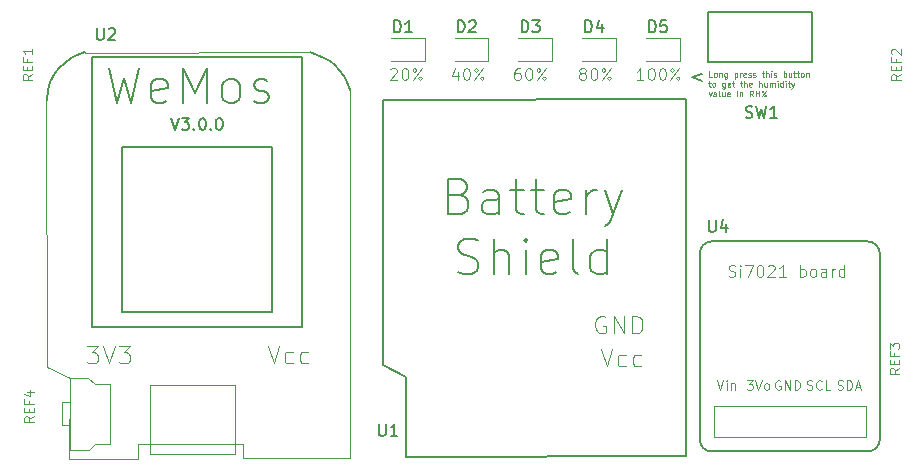
<source format=gbr>
G04 #@! TF.GenerationSoftware,KiCad,Pcbnew,(5.0.1-3-g963ef8bb5)*
G04 #@! TF.CreationDate,2019-04-05T16:02:28+08:00*
G04 #@! TF.ProjectId,cactus,6361637475732E6B696361645F706362,rev?*
G04 #@! TF.SameCoordinates,Original*
G04 #@! TF.FileFunction,Legend,Top*
G04 #@! TF.FilePolarity,Positive*
%FSLAX46Y46*%
G04 Gerber Fmt 4.6, Leading zero omitted, Abs format (unit mm)*
G04 Created by KiCad (PCBNEW (5.0.1-3-g963ef8bb5)) date 2019 April 05, Friday 16:02:28*
%MOMM*%
%LPD*%
G01*
G04 APERTURE LIST*
%ADD10C,0.100000*%
%ADD11C,0.200000*%
%ADD12C,0.080000*%
%ADD13C,0.150000*%
%ADD14C,0.120000*%
G04 APERTURE END LIST*
D10*
X120316857Y-79188571D02*
X121245428Y-79188571D01*
X120745428Y-79760000D01*
X120959714Y-79760000D01*
X121102571Y-79831428D01*
X121174000Y-79902857D01*
X121245428Y-80045714D01*
X121245428Y-80402857D01*
X121174000Y-80545714D01*
X121102571Y-80617142D01*
X120959714Y-80688571D01*
X120531142Y-80688571D01*
X120388285Y-80617142D01*
X120316857Y-80545714D01*
X121674000Y-79188571D02*
X122174000Y-80688571D01*
X122674000Y-79188571D01*
X123031142Y-79188571D02*
X123959714Y-79188571D01*
X123459714Y-79760000D01*
X123674000Y-79760000D01*
X123816857Y-79831428D01*
X123888285Y-79902857D01*
X123959714Y-80045714D01*
X123959714Y-80402857D01*
X123888285Y-80545714D01*
X123816857Y-80617142D01*
X123674000Y-80688571D01*
X123245428Y-80688571D01*
X123102571Y-80617142D01*
X123031142Y-80545714D01*
X135628285Y-79188571D02*
X136128285Y-80688571D01*
X136628285Y-79188571D01*
X137771142Y-80617142D02*
X137628285Y-80688571D01*
X137342571Y-80688571D01*
X137199714Y-80617142D01*
X137128285Y-80545714D01*
X137056857Y-80402857D01*
X137056857Y-79974285D01*
X137128285Y-79831428D01*
X137199714Y-79760000D01*
X137342571Y-79688571D01*
X137628285Y-79688571D01*
X137771142Y-79760000D01*
X139056857Y-80617142D02*
X138914000Y-80688571D01*
X138628285Y-80688571D01*
X138485428Y-80617142D01*
X138414000Y-80545714D01*
X138342571Y-80402857D01*
X138342571Y-79974285D01*
X138414000Y-79831428D01*
X138485428Y-79760000D01*
X138628285Y-79688571D01*
X138914000Y-79688571D01*
X139056857Y-79760000D01*
X164211142Y-76720000D02*
X164068285Y-76648571D01*
X163854000Y-76648571D01*
X163639714Y-76720000D01*
X163496857Y-76862857D01*
X163425428Y-77005714D01*
X163354000Y-77291428D01*
X163354000Y-77505714D01*
X163425428Y-77791428D01*
X163496857Y-77934285D01*
X163639714Y-78077142D01*
X163854000Y-78148571D01*
X163996857Y-78148571D01*
X164211142Y-78077142D01*
X164282571Y-78005714D01*
X164282571Y-77505714D01*
X163996857Y-77505714D01*
X164925428Y-78148571D02*
X164925428Y-76648571D01*
X165782571Y-78148571D01*
X165782571Y-76648571D01*
X166496857Y-78148571D02*
X166496857Y-76648571D01*
X166854000Y-76648571D01*
X167068285Y-76720000D01*
X167211142Y-76862857D01*
X167282571Y-77005714D01*
X167354000Y-77291428D01*
X167354000Y-77505714D01*
X167282571Y-77791428D01*
X167211142Y-77934285D01*
X167068285Y-78077142D01*
X166854000Y-78148571D01*
X166496857Y-78148571D01*
X163822285Y-79442571D02*
X164322285Y-80942571D01*
X164822285Y-79442571D01*
X165965142Y-80871142D02*
X165822285Y-80942571D01*
X165536571Y-80942571D01*
X165393714Y-80871142D01*
X165322285Y-80799714D01*
X165250857Y-80656857D01*
X165250857Y-80228285D01*
X165322285Y-80085428D01*
X165393714Y-80014000D01*
X165536571Y-79942571D01*
X165822285Y-79942571D01*
X165965142Y-80014000D01*
X167250857Y-80871142D02*
X167108000Y-80942571D01*
X166822285Y-80942571D01*
X166679428Y-80871142D01*
X166608000Y-80799714D01*
X166536571Y-80656857D01*
X166536571Y-80228285D01*
X166608000Y-80085428D01*
X166679428Y-80014000D01*
X166822285Y-79942571D01*
X167108000Y-79942571D01*
X167250857Y-80014000D01*
X174649428Y-73302761D02*
X174792285Y-73350380D01*
X175030380Y-73350380D01*
X175125619Y-73302761D01*
X175173238Y-73255142D01*
X175220857Y-73159904D01*
X175220857Y-73064666D01*
X175173238Y-72969428D01*
X175125619Y-72921809D01*
X175030380Y-72874190D01*
X174839904Y-72826571D01*
X174744666Y-72778952D01*
X174697047Y-72731333D01*
X174649428Y-72636095D01*
X174649428Y-72540857D01*
X174697047Y-72445619D01*
X174744666Y-72398000D01*
X174839904Y-72350380D01*
X175078000Y-72350380D01*
X175220857Y-72398000D01*
X175649428Y-73350380D02*
X175649428Y-72683714D01*
X175649428Y-72350380D02*
X175601809Y-72398000D01*
X175649428Y-72445619D01*
X175697047Y-72398000D01*
X175649428Y-72350380D01*
X175649428Y-72445619D01*
X176030380Y-72350380D02*
X176697047Y-72350380D01*
X176268476Y-73350380D01*
X177268476Y-72350380D02*
X177363714Y-72350380D01*
X177458952Y-72398000D01*
X177506571Y-72445619D01*
X177554190Y-72540857D01*
X177601809Y-72731333D01*
X177601809Y-72969428D01*
X177554190Y-73159904D01*
X177506571Y-73255142D01*
X177458952Y-73302761D01*
X177363714Y-73350380D01*
X177268476Y-73350380D01*
X177173238Y-73302761D01*
X177125619Y-73255142D01*
X177078000Y-73159904D01*
X177030380Y-72969428D01*
X177030380Y-72731333D01*
X177078000Y-72540857D01*
X177125619Y-72445619D01*
X177173238Y-72398000D01*
X177268476Y-72350380D01*
X177982761Y-72445619D02*
X178030380Y-72398000D01*
X178125619Y-72350380D01*
X178363714Y-72350380D01*
X178458952Y-72398000D01*
X178506571Y-72445619D01*
X178554190Y-72540857D01*
X178554190Y-72636095D01*
X178506571Y-72778952D01*
X177935142Y-73350380D01*
X178554190Y-73350380D01*
X179506571Y-73350380D02*
X178935142Y-73350380D01*
X179220857Y-73350380D02*
X179220857Y-72350380D01*
X179125619Y-72493238D01*
X179030380Y-72588476D01*
X178935142Y-72636095D01*
X180697047Y-73350380D02*
X180697047Y-72350380D01*
X180697047Y-72731333D02*
X180792285Y-72683714D01*
X180982761Y-72683714D01*
X181078000Y-72731333D01*
X181125619Y-72778952D01*
X181173238Y-72874190D01*
X181173238Y-73159904D01*
X181125619Y-73255142D01*
X181078000Y-73302761D01*
X180982761Y-73350380D01*
X180792285Y-73350380D01*
X180697047Y-73302761D01*
X181744666Y-73350380D02*
X181649428Y-73302761D01*
X181601809Y-73255142D01*
X181554190Y-73159904D01*
X181554190Y-72874190D01*
X181601809Y-72778952D01*
X181649428Y-72731333D01*
X181744666Y-72683714D01*
X181887523Y-72683714D01*
X181982761Y-72731333D01*
X182030380Y-72778952D01*
X182078000Y-72874190D01*
X182078000Y-73159904D01*
X182030380Y-73255142D01*
X181982761Y-73302761D01*
X181887523Y-73350380D01*
X181744666Y-73350380D01*
X182935142Y-73350380D02*
X182935142Y-72826571D01*
X182887523Y-72731333D01*
X182792285Y-72683714D01*
X182601809Y-72683714D01*
X182506571Y-72731333D01*
X182935142Y-73302761D02*
X182839904Y-73350380D01*
X182601809Y-73350380D01*
X182506571Y-73302761D01*
X182458952Y-73207523D01*
X182458952Y-73112285D01*
X182506571Y-73017047D01*
X182601809Y-72969428D01*
X182839904Y-72969428D01*
X182935142Y-72921809D01*
X183411333Y-73350380D02*
X183411333Y-72683714D01*
X183411333Y-72874190D02*
X183458952Y-72778952D01*
X183506571Y-72731333D01*
X183601809Y-72683714D01*
X183697047Y-72683714D01*
X184458952Y-73350380D02*
X184458952Y-72350380D01*
X184458952Y-73302761D02*
X184363714Y-73350380D01*
X184173238Y-73350380D01*
X184078000Y-73302761D01*
X184030380Y-73255142D01*
X183982761Y-73159904D01*
X183982761Y-72874190D01*
X184030380Y-72778952D01*
X184078000Y-72731333D01*
X184173238Y-72683714D01*
X184363714Y-72683714D01*
X184458952Y-72731333D01*
D11*
X172377047Y-56152285D02*
X171538952Y-56466571D01*
X172377047Y-56780857D01*
D12*
X173256142Y-56419190D02*
X173018047Y-56419190D01*
X173018047Y-55919190D01*
X173494238Y-56419190D02*
X173446619Y-56395380D01*
X173422809Y-56371571D01*
X173399000Y-56323952D01*
X173399000Y-56181095D01*
X173422809Y-56133476D01*
X173446619Y-56109666D01*
X173494238Y-56085857D01*
X173565666Y-56085857D01*
X173613285Y-56109666D01*
X173637095Y-56133476D01*
X173660904Y-56181095D01*
X173660904Y-56323952D01*
X173637095Y-56371571D01*
X173613285Y-56395380D01*
X173565666Y-56419190D01*
X173494238Y-56419190D01*
X173875190Y-56085857D02*
X173875190Y-56419190D01*
X173875190Y-56133476D02*
X173899000Y-56109666D01*
X173946619Y-56085857D01*
X174018047Y-56085857D01*
X174065666Y-56109666D01*
X174089476Y-56157285D01*
X174089476Y-56419190D01*
X174541857Y-56085857D02*
X174541857Y-56490619D01*
X174518047Y-56538238D01*
X174494238Y-56562047D01*
X174446619Y-56585857D01*
X174375190Y-56585857D01*
X174327571Y-56562047D01*
X174541857Y-56395380D02*
X174494238Y-56419190D01*
X174399000Y-56419190D01*
X174351380Y-56395380D01*
X174327571Y-56371571D01*
X174303761Y-56323952D01*
X174303761Y-56181095D01*
X174327571Y-56133476D01*
X174351380Y-56109666D01*
X174399000Y-56085857D01*
X174494238Y-56085857D01*
X174541857Y-56109666D01*
X175160904Y-56085857D02*
X175160904Y-56585857D01*
X175160904Y-56109666D02*
X175208523Y-56085857D01*
X175303761Y-56085857D01*
X175351380Y-56109666D01*
X175375190Y-56133476D01*
X175399000Y-56181095D01*
X175399000Y-56323952D01*
X175375190Y-56371571D01*
X175351380Y-56395380D01*
X175303761Y-56419190D01*
X175208523Y-56419190D01*
X175160904Y-56395380D01*
X175613285Y-56419190D02*
X175613285Y-56085857D01*
X175613285Y-56181095D02*
X175637095Y-56133476D01*
X175660904Y-56109666D01*
X175708523Y-56085857D01*
X175756142Y-56085857D01*
X176113285Y-56395380D02*
X176065666Y-56419190D01*
X175970428Y-56419190D01*
X175922809Y-56395380D01*
X175899000Y-56347761D01*
X175899000Y-56157285D01*
X175922809Y-56109666D01*
X175970428Y-56085857D01*
X176065666Y-56085857D01*
X176113285Y-56109666D01*
X176137095Y-56157285D01*
X176137095Y-56204904D01*
X175899000Y-56252523D01*
X176327571Y-56395380D02*
X176375190Y-56419190D01*
X176470428Y-56419190D01*
X176518047Y-56395380D01*
X176541857Y-56347761D01*
X176541857Y-56323952D01*
X176518047Y-56276333D01*
X176470428Y-56252523D01*
X176399000Y-56252523D01*
X176351380Y-56228714D01*
X176327571Y-56181095D01*
X176327571Y-56157285D01*
X176351380Y-56109666D01*
X176399000Y-56085857D01*
X176470428Y-56085857D01*
X176518047Y-56109666D01*
X176732333Y-56395380D02*
X176779952Y-56419190D01*
X176875190Y-56419190D01*
X176922809Y-56395380D01*
X176946619Y-56347761D01*
X176946619Y-56323952D01*
X176922809Y-56276333D01*
X176875190Y-56252523D01*
X176803761Y-56252523D01*
X176756142Y-56228714D01*
X176732333Y-56181095D01*
X176732333Y-56157285D01*
X176756142Y-56109666D01*
X176803761Y-56085857D01*
X176875190Y-56085857D01*
X176922809Y-56109666D01*
X177470428Y-56085857D02*
X177660904Y-56085857D01*
X177541857Y-55919190D02*
X177541857Y-56347761D01*
X177565666Y-56395380D01*
X177613285Y-56419190D01*
X177660904Y-56419190D01*
X177827571Y-56419190D02*
X177827571Y-55919190D01*
X178041857Y-56419190D02*
X178041857Y-56157285D01*
X178018047Y-56109666D01*
X177970428Y-56085857D01*
X177899000Y-56085857D01*
X177851380Y-56109666D01*
X177827571Y-56133476D01*
X178279952Y-56419190D02*
X178279952Y-56085857D01*
X178279952Y-55919190D02*
X178256142Y-55943000D01*
X178279952Y-55966809D01*
X178303761Y-55943000D01*
X178279952Y-55919190D01*
X178279952Y-55966809D01*
X178494238Y-56395380D02*
X178541857Y-56419190D01*
X178637095Y-56419190D01*
X178684714Y-56395380D01*
X178708523Y-56347761D01*
X178708523Y-56323952D01*
X178684714Y-56276333D01*
X178637095Y-56252523D01*
X178565666Y-56252523D01*
X178518047Y-56228714D01*
X178494238Y-56181095D01*
X178494238Y-56157285D01*
X178518047Y-56109666D01*
X178565666Y-56085857D01*
X178637095Y-56085857D01*
X178684714Y-56109666D01*
X179303761Y-56419190D02*
X179303761Y-55919190D01*
X179303761Y-56109666D02*
X179351380Y-56085857D01*
X179446619Y-56085857D01*
X179494238Y-56109666D01*
X179518047Y-56133476D01*
X179541857Y-56181095D01*
X179541857Y-56323952D01*
X179518047Y-56371571D01*
X179494238Y-56395380D01*
X179446619Y-56419190D01*
X179351380Y-56419190D01*
X179303761Y-56395380D01*
X179970428Y-56085857D02*
X179970428Y-56419190D01*
X179756142Y-56085857D02*
X179756142Y-56347761D01*
X179779952Y-56395380D01*
X179827571Y-56419190D01*
X179899000Y-56419190D01*
X179946619Y-56395380D01*
X179970428Y-56371571D01*
X180137095Y-56085857D02*
X180327571Y-56085857D01*
X180208523Y-55919190D02*
X180208523Y-56347761D01*
X180232333Y-56395380D01*
X180279952Y-56419190D01*
X180327571Y-56419190D01*
X180422809Y-56085857D02*
X180613285Y-56085857D01*
X180494238Y-55919190D02*
X180494238Y-56347761D01*
X180518047Y-56395380D01*
X180565666Y-56419190D01*
X180613285Y-56419190D01*
X180851380Y-56419190D02*
X180803761Y-56395380D01*
X180779952Y-56371571D01*
X180756142Y-56323952D01*
X180756142Y-56181095D01*
X180779952Y-56133476D01*
X180803761Y-56109666D01*
X180851380Y-56085857D01*
X180922809Y-56085857D01*
X180970428Y-56109666D01*
X180994238Y-56133476D01*
X181018047Y-56181095D01*
X181018047Y-56323952D01*
X180994238Y-56371571D01*
X180970428Y-56395380D01*
X180922809Y-56419190D01*
X180851380Y-56419190D01*
X181232333Y-56085857D02*
X181232333Y-56419190D01*
X181232333Y-56133476D02*
X181256142Y-56109666D01*
X181303761Y-56085857D01*
X181375190Y-56085857D01*
X181422809Y-56109666D01*
X181446619Y-56157285D01*
X181446619Y-56419190D01*
X172946619Y-56915857D02*
X173137095Y-56915857D01*
X173018047Y-56749190D02*
X173018047Y-57177761D01*
X173041857Y-57225380D01*
X173089476Y-57249190D01*
X173137095Y-57249190D01*
X173375190Y-57249190D02*
X173327571Y-57225380D01*
X173303761Y-57201571D01*
X173279952Y-57153952D01*
X173279952Y-57011095D01*
X173303761Y-56963476D01*
X173327571Y-56939666D01*
X173375190Y-56915857D01*
X173446619Y-56915857D01*
X173494238Y-56939666D01*
X173518047Y-56963476D01*
X173541857Y-57011095D01*
X173541857Y-57153952D01*
X173518047Y-57201571D01*
X173494238Y-57225380D01*
X173446619Y-57249190D01*
X173375190Y-57249190D01*
X174351380Y-56915857D02*
X174351380Y-57320619D01*
X174327571Y-57368238D01*
X174303761Y-57392047D01*
X174256142Y-57415857D01*
X174184714Y-57415857D01*
X174137095Y-57392047D01*
X174351380Y-57225380D02*
X174303761Y-57249190D01*
X174208523Y-57249190D01*
X174160904Y-57225380D01*
X174137095Y-57201571D01*
X174113285Y-57153952D01*
X174113285Y-57011095D01*
X174137095Y-56963476D01*
X174160904Y-56939666D01*
X174208523Y-56915857D01*
X174303761Y-56915857D01*
X174351380Y-56939666D01*
X174779952Y-57225380D02*
X174732333Y-57249190D01*
X174637095Y-57249190D01*
X174589476Y-57225380D01*
X174565666Y-57177761D01*
X174565666Y-56987285D01*
X174589476Y-56939666D01*
X174637095Y-56915857D01*
X174732333Y-56915857D01*
X174779952Y-56939666D01*
X174803761Y-56987285D01*
X174803761Y-57034904D01*
X174565666Y-57082523D01*
X174946619Y-56915857D02*
X175137095Y-56915857D01*
X175018047Y-56749190D02*
X175018047Y-57177761D01*
X175041857Y-57225380D01*
X175089476Y-57249190D01*
X175137095Y-57249190D01*
X175613285Y-56915857D02*
X175803761Y-56915857D01*
X175684714Y-56749190D02*
X175684714Y-57177761D01*
X175708523Y-57225380D01*
X175756142Y-57249190D01*
X175803761Y-57249190D01*
X175970428Y-57249190D02*
X175970428Y-56749190D01*
X176184714Y-57249190D02*
X176184714Y-56987285D01*
X176160904Y-56939666D01*
X176113285Y-56915857D01*
X176041857Y-56915857D01*
X175994238Y-56939666D01*
X175970428Y-56963476D01*
X176613285Y-57225380D02*
X176565666Y-57249190D01*
X176470428Y-57249190D01*
X176422809Y-57225380D01*
X176399000Y-57177761D01*
X176399000Y-56987285D01*
X176422809Y-56939666D01*
X176470428Y-56915857D01*
X176565666Y-56915857D01*
X176613285Y-56939666D01*
X176637095Y-56987285D01*
X176637095Y-57034904D01*
X176399000Y-57082523D01*
X177232333Y-57249190D02*
X177232333Y-56749190D01*
X177446619Y-57249190D02*
X177446619Y-56987285D01*
X177422809Y-56939666D01*
X177375190Y-56915857D01*
X177303761Y-56915857D01*
X177256142Y-56939666D01*
X177232333Y-56963476D01*
X177899000Y-56915857D02*
X177899000Y-57249190D01*
X177684714Y-56915857D02*
X177684714Y-57177761D01*
X177708523Y-57225380D01*
X177756142Y-57249190D01*
X177827571Y-57249190D01*
X177875190Y-57225380D01*
X177899000Y-57201571D01*
X178137095Y-57249190D02*
X178137095Y-56915857D01*
X178137095Y-56963476D02*
X178160904Y-56939666D01*
X178208523Y-56915857D01*
X178279952Y-56915857D01*
X178327571Y-56939666D01*
X178351380Y-56987285D01*
X178351380Y-57249190D01*
X178351380Y-56987285D02*
X178375190Y-56939666D01*
X178422809Y-56915857D01*
X178494238Y-56915857D01*
X178541857Y-56939666D01*
X178565666Y-56987285D01*
X178565666Y-57249190D01*
X178803761Y-57249190D02*
X178803761Y-56915857D01*
X178803761Y-56749190D02*
X178779952Y-56773000D01*
X178803761Y-56796809D01*
X178827571Y-56773000D01*
X178803761Y-56749190D01*
X178803761Y-56796809D01*
X179256142Y-57249190D02*
X179256142Y-56749190D01*
X179256142Y-57225380D02*
X179208523Y-57249190D01*
X179113285Y-57249190D01*
X179065666Y-57225380D01*
X179041857Y-57201571D01*
X179018047Y-57153952D01*
X179018047Y-57011095D01*
X179041857Y-56963476D01*
X179065666Y-56939666D01*
X179113285Y-56915857D01*
X179208523Y-56915857D01*
X179256142Y-56939666D01*
X179494238Y-57249190D02*
X179494238Y-56915857D01*
X179494238Y-56749190D02*
X179470428Y-56773000D01*
X179494238Y-56796809D01*
X179518047Y-56773000D01*
X179494238Y-56749190D01*
X179494238Y-56796809D01*
X179660904Y-56915857D02*
X179851380Y-56915857D01*
X179732333Y-56749190D02*
X179732333Y-57177761D01*
X179756142Y-57225380D01*
X179803761Y-57249190D01*
X179851380Y-57249190D01*
X179970428Y-56915857D02*
X180089476Y-57249190D01*
X180208523Y-56915857D02*
X180089476Y-57249190D01*
X180041857Y-57368238D01*
X180018047Y-57392047D01*
X179970428Y-57415857D01*
X172970428Y-57745857D02*
X173089476Y-58079190D01*
X173208523Y-57745857D01*
X173613285Y-58079190D02*
X173613285Y-57817285D01*
X173589476Y-57769666D01*
X173541857Y-57745857D01*
X173446619Y-57745857D01*
X173399000Y-57769666D01*
X173613285Y-58055380D02*
X173565666Y-58079190D01*
X173446619Y-58079190D01*
X173399000Y-58055380D01*
X173375190Y-58007761D01*
X173375190Y-57960142D01*
X173399000Y-57912523D01*
X173446619Y-57888714D01*
X173565666Y-57888714D01*
X173613285Y-57864904D01*
X173922809Y-58079190D02*
X173875190Y-58055380D01*
X173851380Y-58007761D01*
X173851380Y-57579190D01*
X174327571Y-57745857D02*
X174327571Y-58079190D01*
X174113285Y-57745857D02*
X174113285Y-58007761D01*
X174137095Y-58055380D01*
X174184714Y-58079190D01*
X174256142Y-58079190D01*
X174303761Y-58055380D01*
X174327571Y-58031571D01*
X174756142Y-58055380D02*
X174708523Y-58079190D01*
X174613285Y-58079190D01*
X174565666Y-58055380D01*
X174541857Y-58007761D01*
X174541857Y-57817285D01*
X174565666Y-57769666D01*
X174613285Y-57745857D01*
X174708523Y-57745857D01*
X174756142Y-57769666D01*
X174779952Y-57817285D01*
X174779952Y-57864904D01*
X174541857Y-57912523D01*
X175375190Y-58079190D02*
X175375190Y-57745857D01*
X175375190Y-57579190D02*
X175351380Y-57603000D01*
X175375190Y-57626809D01*
X175399000Y-57603000D01*
X175375190Y-57579190D01*
X175375190Y-57626809D01*
X175613285Y-57745857D02*
X175613285Y-58079190D01*
X175613285Y-57793476D02*
X175637095Y-57769666D01*
X175684714Y-57745857D01*
X175756142Y-57745857D01*
X175803761Y-57769666D01*
X175827571Y-57817285D01*
X175827571Y-58079190D01*
X176732333Y-58079190D02*
X176565666Y-57841095D01*
X176446619Y-58079190D02*
X176446619Y-57579190D01*
X176637095Y-57579190D01*
X176684714Y-57603000D01*
X176708523Y-57626809D01*
X176732333Y-57674428D01*
X176732333Y-57745857D01*
X176708523Y-57793476D01*
X176684714Y-57817285D01*
X176637095Y-57841095D01*
X176446619Y-57841095D01*
X176946619Y-58079190D02*
X176946619Y-57579190D01*
X176946619Y-57817285D02*
X177232333Y-57817285D01*
X177232333Y-58079190D02*
X177232333Y-57579190D01*
X177446619Y-58079190D02*
X177827571Y-57579190D01*
X177518047Y-57579190D02*
X177565666Y-57603000D01*
X177589476Y-57650619D01*
X177565666Y-57698238D01*
X177518047Y-57722047D01*
X177470428Y-57698238D01*
X177446619Y-57650619D01*
X177470428Y-57603000D01*
X177518047Y-57579190D01*
X177803761Y-58055380D02*
X177827571Y-58007761D01*
X177803761Y-57960142D01*
X177756142Y-57936333D01*
X177708523Y-57960142D01*
X177684714Y-58007761D01*
X177708523Y-58055380D01*
X177756142Y-58079190D01*
X177803761Y-58055380D01*
D10*
X167443304Y-56687980D02*
X166871876Y-56687980D01*
X167157590Y-56687980D02*
X167157590Y-55687980D01*
X167062352Y-55830838D01*
X166967114Y-55926076D01*
X166871876Y-55973695D01*
X168062352Y-55687980D02*
X168157590Y-55687980D01*
X168252828Y-55735600D01*
X168300447Y-55783219D01*
X168348066Y-55878457D01*
X168395685Y-56068933D01*
X168395685Y-56307028D01*
X168348066Y-56497504D01*
X168300447Y-56592742D01*
X168252828Y-56640361D01*
X168157590Y-56687980D01*
X168062352Y-56687980D01*
X167967114Y-56640361D01*
X167919495Y-56592742D01*
X167871876Y-56497504D01*
X167824257Y-56307028D01*
X167824257Y-56068933D01*
X167871876Y-55878457D01*
X167919495Y-55783219D01*
X167967114Y-55735600D01*
X168062352Y-55687980D01*
X169014733Y-55687980D02*
X169109971Y-55687980D01*
X169205209Y-55735600D01*
X169252828Y-55783219D01*
X169300447Y-55878457D01*
X169348066Y-56068933D01*
X169348066Y-56307028D01*
X169300447Y-56497504D01*
X169252828Y-56592742D01*
X169205209Y-56640361D01*
X169109971Y-56687980D01*
X169014733Y-56687980D01*
X168919495Y-56640361D01*
X168871876Y-56592742D01*
X168824257Y-56497504D01*
X168776638Y-56307028D01*
X168776638Y-56068933D01*
X168824257Y-55878457D01*
X168871876Y-55783219D01*
X168919495Y-55735600D01*
X169014733Y-55687980D01*
X169729019Y-56687980D02*
X170490923Y-55687980D01*
X169871876Y-55687980D02*
X169967114Y-55735600D01*
X170014733Y-55830838D01*
X169967114Y-55926076D01*
X169871876Y-55973695D01*
X169776638Y-55926076D01*
X169729019Y-55830838D01*
X169776638Y-55735600D01*
X169871876Y-55687980D01*
X170443304Y-56640361D02*
X170490923Y-56545123D01*
X170443304Y-56449885D01*
X170348066Y-56402266D01*
X170252828Y-56449885D01*
X170205209Y-56545123D01*
X170252828Y-56640361D01*
X170348066Y-56687980D01*
X170443304Y-56640361D01*
X162204542Y-56116552D02*
X162109304Y-56068933D01*
X162061685Y-56021314D01*
X162014066Y-55926076D01*
X162014066Y-55878457D01*
X162061685Y-55783219D01*
X162109304Y-55735600D01*
X162204542Y-55687980D01*
X162395019Y-55687980D01*
X162490257Y-55735600D01*
X162537876Y-55783219D01*
X162585495Y-55878457D01*
X162585495Y-55926076D01*
X162537876Y-56021314D01*
X162490257Y-56068933D01*
X162395019Y-56116552D01*
X162204542Y-56116552D01*
X162109304Y-56164171D01*
X162061685Y-56211790D01*
X162014066Y-56307028D01*
X162014066Y-56497504D01*
X162061685Y-56592742D01*
X162109304Y-56640361D01*
X162204542Y-56687980D01*
X162395019Y-56687980D01*
X162490257Y-56640361D01*
X162537876Y-56592742D01*
X162585495Y-56497504D01*
X162585495Y-56307028D01*
X162537876Y-56211790D01*
X162490257Y-56164171D01*
X162395019Y-56116552D01*
X163204542Y-55687980D02*
X163299780Y-55687980D01*
X163395019Y-55735600D01*
X163442638Y-55783219D01*
X163490257Y-55878457D01*
X163537876Y-56068933D01*
X163537876Y-56307028D01*
X163490257Y-56497504D01*
X163442638Y-56592742D01*
X163395019Y-56640361D01*
X163299780Y-56687980D01*
X163204542Y-56687980D01*
X163109304Y-56640361D01*
X163061685Y-56592742D01*
X163014066Y-56497504D01*
X162966447Y-56307028D01*
X162966447Y-56068933D01*
X163014066Y-55878457D01*
X163061685Y-55783219D01*
X163109304Y-55735600D01*
X163204542Y-55687980D01*
X163918828Y-56687980D02*
X164680733Y-55687980D01*
X164061685Y-55687980D02*
X164156923Y-55735600D01*
X164204542Y-55830838D01*
X164156923Y-55926076D01*
X164061685Y-55973695D01*
X163966447Y-55926076D01*
X163918828Y-55830838D01*
X163966447Y-55735600D01*
X164061685Y-55687980D01*
X164633114Y-56640361D02*
X164680733Y-56545123D01*
X164633114Y-56449885D01*
X164537876Y-56402266D01*
X164442638Y-56449885D01*
X164395019Y-56545123D01*
X164442638Y-56640361D01*
X164537876Y-56687980D01*
X164633114Y-56640361D01*
X156978457Y-55687980D02*
X156787980Y-55687980D01*
X156692742Y-55735600D01*
X156645123Y-55783219D01*
X156549885Y-55926076D01*
X156502266Y-56116552D01*
X156502266Y-56497504D01*
X156549885Y-56592742D01*
X156597504Y-56640361D01*
X156692742Y-56687980D01*
X156883219Y-56687980D01*
X156978457Y-56640361D01*
X157026076Y-56592742D01*
X157073695Y-56497504D01*
X157073695Y-56259409D01*
X157026076Y-56164171D01*
X156978457Y-56116552D01*
X156883219Y-56068933D01*
X156692742Y-56068933D01*
X156597504Y-56116552D01*
X156549885Y-56164171D01*
X156502266Y-56259409D01*
X157692742Y-55687980D02*
X157787980Y-55687980D01*
X157883219Y-55735600D01*
X157930838Y-55783219D01*
X157978457Y-55878457D01*
X158026076Y-56068933D01*
X158026076Y-56307028D01*
X157978457Y-56497504D01*
X157930838Y-56592742D01*
X157883219Y-56640361D01*
X157787980Y-56687980D01*
X157692742Y-56687980D01*
X157597504Y-56640361D01*
X157549885Y-56592742D01*
X157502266Y-56497504D01*
X157454647Y-56307028D01*
X157454647Y-56068933D01*
X157502266Y-55878457D01*
X157549885Y-55783219D01*
X157597504Y-55735600D01*
X157692742Y-55687980D01*
X158407028Y-56687980D02*
X159168933Y-55687980D01*
X158549885Y-55687980D02*
X158645123Y-55735600D01*
X158692742Y-55830838D01*
X158645123Y-55926076D01*
X158549885Y-55973695D01*
X158454647Y-55926076D01*
X158407028Y-55830838D01*
X158454647Y-55735600D01*
X158549885Y-55687980D01*
X159121314Y-56640361D02*
X159168933Y-56545123D01*
X159121314Y-56449885D01*
X159026076Y-56402266D01*
X158930838Y-56449885D01*
X158883219Y-56545123D01*
X158930838Y-56640361D01*
X159026076Y-56687980D01*
X159121314Y-56640361D01*
X151703209Y-56021314D02*
X151703209Y-56687980D01*
X151465113Y-55640361D02*
X151227018Y-56354647D01*
X151846066Y-56354647D01*
X152417494Y-55687980D02*
X152512732Y-55687980D01*
X152607971Y-55735600D01*
X152655590Y-55783219D01*
X152703209Y-55878457D01*
X152750828Y-56068933D01*
X152750828Y-56307028D01*
X152703209Y-56497504D01*
X152655590Y-56592742D01*
X152607971Y-56640361D01*
X152512732Y-56687980D01*
X152417494Y-56687980D01*
X152322256Y-56640361D01*
X152274637Y-56592742D01*
X152227018Y-56497504D01*
X152179399Y-56307028D01*
X152179399Y-56068933D01*
X152227018Y-55878457D01*
X152274637Y-55783219D01*
X152322256Y-55735600D01*
X152417494Y-55687980D01*
X153131780Y-56687980D02*
X153893685Y-55687980D01*
X153274637Y-55687980D02*
X153369875Y-55735600D01*
X153417494Y-55830838D01*
X153369875Y-55926076D01*
X153274637Y-55973695D01*
X153179399Y-55926076D01*
X153131780Y-55830838D01*
X153179399Y-55735600D01*
X153274637Y-55687980D01*
X153846066Y-56640361D02*
X153893685Y-56545123D01*
X153846066Y-56449885D01*
X153750828Y-56402266D01*
X153655590Y-56449885D01*
X153607971Y-56545123D01*
X153655590Y-56640361D01*
X153750828Y-56687980D01*
X153846066Y-56640361D01*
X146012066Y-55783219D02*
X146059685Y-55735600D01*
X146154923Y-55687980D01*
X146393019Y-55687980D01*
X146488257Y-55735600D01*
X146535876Y-55783219D01*
X146583495Y-55878457D01*
X146583495Y-55973695D01*
X146535876Y-56116552D01*
X145964447Y-56687980D01*
X146583495Y-56687980D01*
X147202542Y-55687980D02*
X147297780Y-55687980D01*
X147393019Y-55735600D01*
X147440638Y-55783219D01*
X147488257Y-55878457D01*
X147535876Y-56068933D01*
X147535876Y-56307028D01*
X147488257Y-56497504D01*
X147440638Y-56592742D01*
X147393019Y-56640361D01*
X147297780Y-56687980D01*
X147202542Y-56687980D01*
X147107304Y-56640361D01*
X147059685Y-56592742D01*
X147012066Y-56497504D01*
X146964447Y-56307028D01*
X146964447Y-56068933D01*
X147012066Y-55878457D01*
X147059685Y-55783219D01*
X147107304Y-55735600D01*
X147202542Y-55687980D01*
X147916828Y-56687980D02*
X148678733Y-55687980D01*
X148059685Y-55687980D02*
X148154923Y-55735600D01*
X148202542Y-55830838D01*
X148154923Y-55926076D01*
X148059685Y-55973695D01*
X147964447Y-55926076D01*
X147916828Y-55830838D01*
X147964447Y-55735600D01*
X148059685Y-55687980D01*
X148631114Y-56640361D02*
X148678733Y-56545123D01*
X148631114Y-56449885D01*
X148535876Y-56402266D01*
X148440638Y-56449885D01*
X148393019Y-56545123D01*
X148440638Y-56640361D01*
X148535876Y-56687980D01*
X148631114Y-56640361D01*
D13*
G04 #@! TO.C,U1*
X145351500Y-80835500D02*
X145351500Y-58356500D01*
X147320000Y-81851500D02*
X145351500Y-80835500D01*
X147320000Y-88646000D02*
X147320000Y-81851500D01*
X171069000Y-88519000D02*
X147320000Y-88646000D01*
X171069000Y-58293000D02*
X171069000Y-88519000D01*
X145351500Y-58356500D02*
X171069000Y-58293000D01*
G04 #@! TO.C,U2*
X119443500Y-54610000D02*
X120142000Y-54356000D01*
X118999000Y-54864000D02*
X119443500Y-54610000D01*
X118427500Y-55245000D02*
X118999000Y-54864000D01*
X117983000Y-55689500D02*
X118427500Y-55245000D01*
X117602000Y-56134000D02*
X117983000Y-55689500D01*
X117221000Y-56832500D02*
X117602000Y-56134000D01*
X117030500Y-57531000D02*
X117221000Y-56832500D01*
X116903500Y-58356500D02*
X117030500Y-57531000D01*
X142303500Y-56832500D02*
X142621000Y-57531000D01*
X142049500Y-56324500D02*
X142303500Y-56832500D01*
X141668500Y-55816500D02*
X142049500Y-56324500D01*
X141351000Y-55435500D02*
X141668500Y-55816500D01*
X140906500Y-55118000D02*
X141351000Y-55435500D01*
X140398500Y-54800500D02*
X140906500Y-55118000D01*
X139827000Y-54546500D02*
X140398500Y-54800500D01*
X139192000Y-54356000D02*
X139827000Y-54546500D01*
D10*
X116903500Y-80962500D02*
X116878552Y-58407408D01*
X116928454Y-81017604D02*
X118872000Y-81915000D01*
X142621000Y-57531000D02*
X142607002Y-88701151D01*
X118849528Y-88794228D02*
X118879322Y-81985885D01*
X133516397Y-88683422D02*
X142597193Y-88709500D01*
X133518373Y-88709500D02*
X133516397Y-87507247D01*
X124714000Y-87503000D02*
X133545222Y-87496312D01*
X124624169Y-87489567D02*
X124650500Y-88773000D01*
X118233881Y-83933364D02*
X118851242Y-83933364D01*
X118233881Y-85926558D02*
X118233881Y-83933364D01*
X118886520Y-85926558D02*
X118233881Y-85926558D01*
X118868881Y-81922531D02*
X118921798Y-88007947D01*
X120438742Y-81922531D02*
X118868881Y-81922531D01*
X120967909Y-82416420D02*
X120438742Y-81922531D01*
X122255548Y-82416420D02*
X120967909Y-82416420D01*
X122255548Y-87478781D02*
X122255548Y-82416420D01*
X121003187Y-87478781D02*
X122255548Y-87478781D01*
X120474020Y-88007947D02*
X121003187Y-87478781D01*
X118921798Y-88007947D02*
X120474020Y-88007947D01*
X139192000Y-54356000D02*
X120154087Y-54384758D01*
X132846650Y-82526800D02*
X132846650Y-88340537D01*
X125707069Y-82526800D02*
X132846650Y-82526800D01*
X125707069Y-88340537D02*
X125707069Y-82526800D01*
X132846650Y-88340537D02*
X125707069Y-88340537D01*
X118849528Y-88794228D02*
X124660820Y-88794228D01*
D13*
X138557000Y-54737000D02*
X138557000Y-77597000D01*
X120777000Y-54737000D02*
X138557000Y-54737000D01*
X120777000Y-77597000D02*
X120777000Y-54737000D01*
X138557000Y-77597000D02*
X120777000Y-77597000D01*
X123317000Y-76327000D02*
X136017000Y-76327000D01*
X123317000Y-62357000D02*
X123317000Y-76327000D01*
X136017000Y-62357000D02*
X123317000Y-62357000D01*
X136017000Y-76327000D02*
X136017000Y-62357000D01*
D14*
G04 #@! TO.C,U4*
X186245500Y-84268000D02*
X186245500Y-86928000D01*
X186245500Y-86931500D02*
X173422000Y-86928000D01*
X186245500Y-84264500D02*
X173422000Y-84268000D01*
X173422000Y-84268000D02*
X173422000Y-86928000D01*
D13*
X186436000Y-70358000D02*
G75*
G02X187452000Y-71374000I0J-1016000D01*
G01*
X173228000Y-88138000D02*
G75*
G02X172212000Y-87122000I0J1016000D01*
G01*
X187452000Y-87122000D02*
G75*
G02X186436000Y-88138000I-1016000J0D01*
G01*
X172212000Y-71374000D02*
G75*
G02X173228000Y-70358000I1016000J0D01*
G01*
X173228000Y-88138000D02*
X186436000Y-88138000D01*
X187452000Y-87122000D02*
X187452000Y-71374000D01*
X186436000Y-70358000D02*
X173228000Y-70358000D01*
X172212000Y-71374000D02*
X172212000Y-87122000D01*
G04 #@! TO.C,SW1*
X172892000Y-55124000D02*
X172892000Y-50924000D01*
X181692000Y-55124000D02*
X172892000Y-55124000D01*
X181692000Y-50924000D02*
X181692000Y-55124000D01*
X172892000Y-50924000D02*
X181692000Y-50924000D01*
D14*
G04 #@! TO.C,D1*
X146066000Y-55062000D02*
X148926000Y-55062000D01*
X148926000Y-55062000D02*
X148926000Y-53142000D01*
X148926000Y-53142000D02*
X146066000Y-53142000D01*
G04 #@! TO.C,D2*
X154323500Y-53142000D02*
X151463500Y-53142000D01*
X154323500Y-55062000D02*
X154323500Y-53142000D01*
X151463500Y-55062000D02*
X154323500Y-55062000D01*
G04 #@! TO.C,D3*
X156861000Y-55062000D02*
X159721000Y-55062000D01*
X159721000Y-55062000D02*
X159721000Y-53142000D01*
X159721000Y-53142000D02*
X156861000Y-53142000D01*
G04 #@! TO.C,D4*
X165118500Y-53142000D02*
X162258500Y-53142000D01*
X165118500Y-55062000D02*
X165118500Y-53142000D01*
X162258500Y-55062000D02*
X165118500Y-55062000D01*
G04 #@! TO.C,D5*
X167656000Y-55062000D02*
X170516000Y-55062000D01*
X170516000Y-55062000D02*
X170516000Y-53142000D01*
X170516000Y-53142000D02*
X167656000Y-53142000D01*
G04 #@! TO.C,REF4*
D10*
X115804904Y-85166095D02*
X115423952Y-85432761D01*
X115804904Y-85623238D02*
X115004904Y-85623238D01*
X115004904Y-85318476D01*
X115043000Y-85242285D01*
X115081095Y-85204190D01*
X115157285Y-85166095D01*
X115271571Y-85166095D01*
X115347761Y-85204190D01*
X115385857Y-85242285D01*
X115423952Y-85318476D01*
X115423952Y-85623238D01*
X115385857Y-84823238D02*
X115385857Y-84556571D01*
X115804904Y-84442285D02*
X115804904Y-84823238D01*
X115004904Y-84823238D01*
X115004904Y-84442285D01*
X115385857Y-83832761D02*
X115385857Y-84099428D01*
X115804904Y-84099428D02*
X115004904Y-84099428D01*
X115004904Y-83718476D01*
X115271571Y-83070857D02*
X115804904Y-83070857D01*
X114966809Y-83261333D02*
X115538238Y-83451809D01*
X115538238Y-82956571D01*
G04 #@! TO.C,REF1*
X115677904Y-56210095D02*
X115296952Y-56476761D01*
X115677904Y-56667238D02*
X114877904Y-56667238D01*
X114877904Y-56362476D01*
X114916000Y-56286285D01*
X114954095Y-56248190D01*
X115030285Y-56210095D01*
X115144571Y-56210095D01*
X115220761Y-56248190D01*
X115258857Y-56286285D01*
X115296952Y-56362476D01*
X115296952Y-56667238D01*
X115258857Y-55867238D02*
X115258857Y-55600571D01*
X115677904Y-55486285D02*
X115677904Y-55867238D01*
X114877904Y-55867238D01*
X114877904Y-55486285D01*
X115258857Y-54876761D02*
X115258857Y-55143428D01*
X115677904Y-55143428D02*
X114877904Y-55143428D01*
X114877904Y-54762476D01*
X115677904Y-54038666D02*
X115677904Y-54495809D01*
X115677904Y-54267238D02*
X114877904Y-54267238D01*
X114992190Y-54343428D01*
X115068380Y-54419619D01*
X115106476Y-54495809D01*
G04 #@! TO.C,REF2*
X189210904Y-56210095D02*
X188829952Y-56476761D01*
X189210904Y-56667238D02*
X188410904Y-56667238D01*
X188410904Y-56362476D01*
X188449000Y-56286285D01*
X188487095Y-56248190D01*
X188563285Y-56210095D01*
X188677571Y-56210095D01*
X188753761Y-56248190D01*
X188791857Y-56286285D01*
X188829952Y-56362476D01*
X188829952Y-56667238D01*
X188791857Y-55867238D02*
X188791857Y-55600571D01*
X189210904Y-55486285D02*
X189210904Y-55867238D01*
X188410904Y-55867238D01*
X188410904Y-55486285D01*
X188791857Y-54876761D02*
X188791857Y-55143428D01*
X189210904Y-55143428D02*
X188410904Y-55143428D01*
X188410904Y-54762476D01*
X188487095Y-54495809D02*
X188449000Y-54457714D01*
X188410904Y-54381523D01*
X188410904Y-54191047D01*
X188449000Y-54114857D01*
X188487095Y-54076761D01*
X188563285Y-54038666D01*
X188639476Y-54038666D01*
X188753761Y-54076761D01*
X189210904Y-54533904D01*
X189210904Y-54038666D01*
G04 #@! TO.C,U1*
D13*
X145034095Y-85812380D02*
X145034095Y-86621904D01*
X145081714Y-86717142D01*
X145129333Y-86764761D01*
X145224571Y-86812380D01*
X145415047Y-86812380D01*
X145510285Y-86764761D01*
X145557904Y-86717142D01*
X145605523Y-86621904D01*
X145605523Y-85812380D01*
X146605523Y-86812380D02*
X146034095Y-86812380D01*
X146319809Y-86812380D02*
X146319809Y-85812380D01*
X146224571Y-85955238D01*
X146129333Y-86050476D01*
X146034095Y-86098095D01*
X151900714Y-66460714D02*
X152329285Y-66603571D01*
X152472142Y-66746428D01*
X152615000Y-67032142D01*
X152615000Y-67460714D01*
X152472142Y-67746428D01*
X152329285Y-67889285D01*
X152043571Y-68032142D01*
X150900714Y-68032142D01*
X150900714Y-65032142D01*
X151900714Y-65032142D01*
X152186428Y-65175000D01*
X152329285Y-65317857D01*
X152472142Y-65603571D01*
X152472142Y-65889285D01*
X152329285Y-66175000D01*
X152186428Y-66317857D01*
X151900714Y-66460714D01*
X150900714Y-66460714D01*
X155186428Y-68032142D02*
X155186428Y-66460714D01*
X155043571Y-66175000D01*
X154757857Y-66032142D01*
X154186428Y-66032142D01*
X153900714Y-66175000D01*
X155186428Y-67889285D02*
X154900714Y-68032142D01*
X154186428Y-68032142D01*
X153900714Y-67889285D01*
X153757857Y-67603571D01*
X153757857Y-67317857D01*
X153900714Y-67032142D01*
X154186428Y-66889285D01*
X154900714Y-66889285D01*
X155186428Y-66746428D01*
X156186428Y-66032142D02*
X157329285Y-66032142D01*
X156615000Y-65032142D02*
X156615000Y-67603571D01*
X156757857Y-67889285D01*
X157043571Y-68032142D01*
X157329285Y-68032142D01*
X157900714Y-66032142D02*
X159043571Y-66032142D01*
X158329285Y-65032142D02*
X158329285Y-67603571D01*
X158472142Y-67889285D01*
X158757857Y-68032142D01*
X159043571Y-68032142D01*
X161186428Y-67889285D02*
X160900714Y-68032142D01*
X160329285Y-68032142D01*
X160043571Y-67889285D01*
X159900714Y-67603571D01*
X159900714Y-66460714D01*
X160043571Y-66175000D01*
X160329285Y-66032142D01*
X160900714Y-66032142D01*
X161186428Y-66175000D01*
X161329285Y-66460714D01*
X161329285Y-66746428D01*
X159900714Y-67032142D01*
X162615000Y-68032142D02*
X162615000Y-66032142D01*
X162615000Y-66603571D02*
X162757857Y-66317857D01*
X162900714Y-66175000D01*
X163186428Y-66032142D01*
X163472142Y-66032142D01*
X164186428Y-66032142D02*
X164900714Y-68032142D01*
X165615000Y-66032142D02*
X164900714Y-68032142D01*
X164615000Y-68746428D01*
X164472142Y-68889285D01*
X164186428Y-69032142D01*
X151757857Y-72969285D02*
X152186428Y-73112142D01*
X152900714Y-73112142D01*
X153186428Y-72969285D01*
X153329285Y-72826428D01*
X153472142Y-72540714D01*
X153472142Y-72255000D01*
X153329285Y-71969285D01*
X153186428Y-71826428D01*
X152900714Y-71683571D01*
X152329285Y-71540714D01*
X152043571Y-71397857D01*
X151900714Y-71255000D01*
X151757857Y-70969285D01*
X151757857Y-70683571D01*
X151900714Y-70397857D01*
X152043571Y-70255000D01*
X152329285Y-70112142D01*
X153043571Y-70112142D01*
X153472142Y-70255000D01*
X154757857Y-73112142D02*
X154757857Y-70112142D01*
X156043571Y-73112142D02*
X156043571Y-71540714D01*
X155900714Y-71255000D01*
X155615000Y-71112142D01*
X155186428Y-71112142D01*
X154900714Y-71255000D01*
X154757857Y-71397857D01*
X157472142Y-73112142D02*
X157472142Y-71112142D01*
X157472142Y-70112142D02*
X157329285Y-70255000D01*
X157472142Y-70397857D01*
X157615000Y-70255000D01*
X157472142Y-70112142D01*
X157472142Y-70397857D01*
X160043571Y-72969285D02*
X159757857Y-73112142D01*
X159186428Y-73112142D01*
X158900714Y-72969285D01*
X158757857Y-72683571D01*
X158757857Y-71540714D01*
X158900714Y-71255000D01*
X159186428Y-71112142D01*
X159757857Y-71112142D01*
X160043571Y-71255000D01*
X160186428Y-71540714D01*
X160186428Y-71826428D01*
X158757857Y-72112142D01*
X161900714Y-73112142D02*
X161615000Y-72969285D01*
X161472142Y-72683571D01*
X161472142Y-70112142D01*
X164329285Y-73112142D02*
X164329285Y-70112142D01*
X164329285Y-72969285D02*
X164043571Y-73112142D01*
X163472142Y-73112142D01*
X163186428Y-72969285D01*
X163043571Y-72826428D01*
X162900714Y-72540714D01*
X162900714Y-71683571D01*
X163043571Y-71397857D01*
X163186428Y-71255000D01*
X163472142Y-71112142D01*
X164043571Y-71112142D01*
X164329285Y-71255000D01*
G04 #@! TO.C,U2*
X121158095Y-52284380D02*
X121158095Y-53093904D01*
X121205714Y-53189142D01*
X121253333Y-53236761D01*
X121348571Y-53284380D01*
X121539047Y-53284380D01*
X121634285Y-53236761D01*
X121681904Y-53189142D01*
X121729523Y-53093904D01*
X121729523Y-52284380D01*
X122158095Y-52379619D02*
X122205714Y-52332000D01*
X122300952Y-52284380D01*
X122539047Y-52284380D01*
X122634285Y-52332000D01*
X122681904Y-52379619D01*
X122729523Y-52474857D01*
X122729523Y-52570095D01*
X122681904Y-52712952D01*
X122110476Y-53284380D01*
X122729523Y-53284380D01*
X122174857Y-55634142D02*
X122889142Y-58634142D01*
X123460571Y-56491285D01*
X124032000Y-58634142D01*
X124746285Y-55634142D01*
X127032000Y-58491285D02*
X126746285Y-58634142D01*
X126174857Y-58634142D01*
X125889142Y-58491285D01*
X125746285Y-58205571D01*
X125746285Y-57062714D01*
X125889142Y-56777000D01*
X126174857Y-56634142D01*
X126746285Y-56634142D01*
X127032000Y-56777000D01*
X127174857Y-57062714D01*
X127174857Y-57348428D01*
X125746285Y-57634142D01*
X128460571Y-58634142D02*
X128460571Y-55634142D01*
X129460571Y-57777000D01*
X130460571Y-55634142D01*
X130460571Y-58634142D01*
X132317714Y-58634142D02*
X132032000Y-58491285D01*
X131889142Y-58348428D01*
X131746285Y-58062714D01*
X131746285Y-57205571D01*
X131889142Y-56919857D01*
X132032000Y-56777000D01*
X132317714Y-56634142D01*
X132746285Y-56634142D01*
X133032000Y-56777000D01*
X133174857Y-56919857D01*
X133317714Y-57205571D01*
X133317714Y-58062714D01*
X133174857Y-58348428D01*
X133032000Y-58491285D01*
X132746285Y-58634142D01*
X132317714Y-58634142D01*
X134460571Y-58491285D02*
X134746285Y-58634142D01*
X135317714Y-58634142D01*
X135603428Y-58491285D01*
X135746285Y-58205571D01*
X135746285Y-58062714D01*
X135603428Y-57777000D01*
X135317714Y-57634142D01*
X134889142Y-57634142D01*
X134603428Y-57491285D01*
X134460571Y-57205571D01*
X134460571Y-57062714D01*
X134603428Y-56777000D01*
X134889142Y-56634142D01*
X135317714Y-56634142D01*
X135603428Y-56777000D01*
X127428904Y-59904380D02*
X127762238Y-60904380D01*
X128095571Y-59904380D01*
X128333666Y-59904380D02*
X128952714Y-59904380D01*
X128619380Y-60285333D01*
X128762238Y-60285333D01*
X128857476Y-60332952D01*
X128905095Y-60380571D01*
X128952714Y-60475809D01*
X128952714Y-60713904D01*
X128905095Y-60809142D01*
X128857476Y-60856761D01*
X128762238Y-60904380D01*
X128476523Y-60904380D01*
X128381285Y-60856761D01*
X128333666Y-60809142D01*
X129381285Y-60809142D02*
X129428904Y-60856761D01*
X129381285Y-60904380D01*
X129333666Y-60856761D01*
X129381285Y-60809142D01*
X129381285Y-60904380D01*
X130047952Y-59904380D02*
X130143190Y-59904380D01*
X130238428Y-59952000D01*
X130286047Y-59999619D01*
X130333666Y-60094857D01*
X130381285Y-60285333D01*
X130381285Y-60523428D01*
X130333666Y-60713904D01*
X130286047Y-60809142D01*
X130238428Y-60856761D01*
X130143190Y-60904380D01*
X130047952Y-60904380D01*
X129952714Y-60856761D01*
X129905095Y-60809142D01*
X129857476Y-60713904D01*
X129809857Y-60523428D01*
X129809857Y-60285333D01*
X129857476Y-60094857D01*
X129905095Y-59999619D01*
X129952714Y-59952000D01*
X130047952Y-59904380D01*
X130809857Y-60809142D02*
X130857476Y-60856761D01*
X130809857Y-60904380D01*
X130762238Y-60856761D01*
X130809857Y-60809142D01*
X130809857Y-60904380D01*
X131476523Y-59904380D02*
X131571761Y-59904380D01*
X131667000Y-59952000D01*
X131714619Y-59999619D01*
X131762238Y-60094857D01*
X131809857Y-60285333D01*
X131809857Y-60523428D01*
X131762238Y-60713904D01*
X131714619Y-60809142D01*
X131667000Y-60856761D01*
X131571761Y-60904380D01*
X131476523Y-60904380D01*
X131381285Y-60856761D01*
X131333666Y-60809142D01*
X131286047Y-60713904D01*
X131238428Y-60523428D01*
X131238428Y-60285333D01*
X131286047Y-60094857D01*
X131333666Y-59999619D01*
X131381285Y-59952000D01*
X131476523Y-59904380D01*
G04 #@! TO.C,U4*
X172974095Y-68540380D02*
X172974095Y-69349904D01*
X173021714Y-69445142D01*
X173069333Y-69492761D01*
X173164571Y-69540380D01*
X173355047Y-69540380D01*
X173450285Y-69492761D01*
X173497904Y-69445142D01*
X173545523Y-69349904D01*
X173545523Y-68540380D01*
X174450285Y-68873714D02*
X174450285Y-69540380D01*
X174212190Y-68492761D02*
X173974095Y-69207047D01*
X174593142Y-69207047D01*
D10*
X183877071Y-82873809D02*
X183991357Y-82911904D01*
X184181833Y-82911904D01*
X184258023Y-82873809D01*
X184296119Y-82835714D01*
X184334214Y-82759523D01*
X184334214Y-82683333D01*
X184296119Y-82607142D01*
X184258023Y-82569047D01*
X184181833Y-82530952D01*
X184029452Y-82492857D01*
X183953261Y-82454761D01*
X183915166Y-82416666D01*
X183877071Y-82340476D01*
X183877071Y-82264285D01*
X183915166Y-82188095D01*
X183953261Y-82150000D01*
X184029452Y-82111904D01*
X184219928Y-82111904D01*
X184334214Y-82150000D01*
X184677071Y-82911904D02*
X184677071Y-82111904D01*
X184867547Y-82111904D01*
X184981833Y-82150000D01*
X185058023Y-82226190D01*
X185096119Y-82302380D01*
X185134214Y-82454761D01*
X185134214Y-82569047D01*
X185096119Y-82721428D01*
X185058023Y-82797619D01*
X184981833Y-82873809D01*
X184867547Y-82911904D01*
X184677071Y-82911904D01*
X185438976Y-82683333D02*
X185819928Y-82683333D01*
X185362785Y-82911904D02*
X185629452Y-82111904D01*
X185896119Y-82911904D01*
X181292619Y-82873809D02*
X181406904Y-82911904D01*
X181597380Y-82911904D01*
X181673571Y-82873809D01*
X181711666Y-82835714D01*
X181749761Y-82759523D01*
X181749761Y-82683333D01*
X181711666Y-82607142D01*
X181673571Y-82569047D01*
X181597380Y-82530952D01*
X181445000Y-82492857D01*
X181368809Y-82454761D01*
X181330714Y-82416666D01*
X181292619Y-82340476D01*
X181292619Y-82264285D01*
X181330714Y-82188095D01*
X181368809Y-82150000D01*
X181445000Y-82111904D01*
X181635476Y-82111904D01*
X181749761Y-82150000D01*
X182549761Y-82835714D02*
X182511666Y-82873809D01*
X182397380Y-82911904D01*
X182321190Y-82911904D01*
X182206904Y-82873809D01*
X182130714Y-82797619D01*
X182092619Y-82721428D01*
X182054523Y-82569047D01*
X182054523Y-82454761D01*
X182092619Y-82302380D01*
X182130714Y-82226190D01*
X182206904Y-82150000D01*
X182321190Y-82111904D01*
X182397380Y-82111904D01*
X182511666Y-82150000D01*
X182549761Y-82188095D01*
X183273571Y-82911904D02*
X182892619Y-82911904D01*
X182892619Y-82111904D01*
X179031976Y-82150000D02*
X178955785Y-82111904D01*
X178841500Y-82111904D01*
X178727214Y-82150000D01*
X178651023Y-82226190D01*
X178612928Y-82302380D01*
X178574833Y-82454761D01*
X178574833Y-82569047D01*
X178612928Y-82721428D01*
X178651023Y-82797619D01*
X178727214Y-82873809D01*
X178841500Y-82911904D01*
X178917690Y-82911904D01*
X179031976Y-82873809D01*
X179070071Y-82835714D01*
X179070071Y-82569047D01*
X178917690Y-82569047D01*
X179412928Y-82911904D02*
X179412928Y-82111904D01*
X179870071Y-82911904D01*
X179870071Y-82111904D01*
X180251023Y-82911904D02*
X180251023Y-82111904D01*
X180441500Y-82111904D01*
X180555785Y-82150000D01*
X180631976Y-82226190D01*
X180670071Y-82302380D01*
X180708166Y-82454761D01*
X180708166Y-82569047D01*
X180670071Y-82721428D01*
X180631976Y-82797619D01*
X180555785Y-82873809D01*
X180441500Y-82911904D01*
X180251023Y-82911904D01*
X176193571Y-82111904D02*
X176688809Y-82111904D01*
X176422142Y-82416666D01*
X176536428Y-82416666D01*
X176612619Y-82454761D01*
X176650714Y-82492857D01*
X176688809Y-82569047D01*
X176688809Y-82759523D01*
X176650714Y-82835714D01*
X176612619Y-82873809D01*
X176536428Y-82911904D01*
X176307857Y-82911904D01*
X176231666Y-82873809D01*
X176193571Y-82835714D01*
X176917380Y-82111904D02*
X177184047Y-82911904D01*
X177450714Y-82111904D01*
X177831666Y-82911904D02*
X177755476Y-82873809D01*
X177717380Y-82835714D01*
X177679285Y-82759523D01*
X177679285Y-82530952D01*
X177717380Y-82454761D01*
X177755476Y-82416666D01*
X177831666Y-82378571D01*
X177945952Y-82378571D01*
X178022142Y-82416666D01*
X178060238Y-82454761D01*
X178098333Y-82530952D01*
X178098333Y-82759523D01*
X178060238Y-82835714D01*
X178022142Y-82873809D01*
X177945952Y-82911904D01*
X177831666Y-82911904D01*
X173678952Y-82111904D02*
X173945619Y-82911904D01*
X174212285Y-82111904D01*
X174478952Y-82911904D02*
X174478952Y-82378571D01*
X174478952Y-82111904D02*
X174440857Y-82150000D01*
X174478952Y-82188095D01*
X174517047Y-82150000D01*
X174478952Y-82111904D01*
X174478952Y-82188095D01*
X174859904Y-82378571D02*
X174859904Y-82911904D01*
X174859904Y-82454761D02*
X174898000Y-82416666D01*
X174974190Y-82378571D01*
X175088476Y-82378571D01*
X175164666Y-82416666D01*
X175202761Y-82492857D01*
X175202761Y-82911904D01*
G04 #@! TO.C,SW1*
D13*
X176085666Y-59840761D02*
X176228523Y-59888380D01*
X176466619Y-59888380D01*
X176561857Y-59840761D01*
X176609476Y-59793142D01*
X176657095Y-59697904D01*
X176657095Y-59602666D01*
X176609476Y-59507428D01*
X176561857Y-59459809D01*
X176466619Y-59412190D01*
X176276142Y-59364571D01*
X176180904Y-59316952D01*
X176133285Y-59269333D01*
X176085666Y-59174095D01*
X176085666Y-59078857D01*
X176133285Y-58983619D01*
X176180904Y-58936000D01*
X176276142Y-58888380D01*
X176514238Y-58888380D01*
X176657095Y-58936000D01*
X176990428Y-58888380D02*
X177228523Y-59888380D01*
X177419000Y-59174095D01*
X177609476Y-59888380D01*
X177847571Y-58888380D01*
X178752333Y-59888380D02*
X178180904Y-59888380D01*
X178466619Y-59888380D02*
X178466619Y-58888380D01*
X178371380Y-59031238D01*
X178276142Y-59126476D01*
X178180904Y-59174095D01*
G04 #@! TO.C,D1*
X146327904Y-52649380D02*
X146327904Y-51649380D01*
X146566000Y-51649380D01*
X146708857Y-51697000D01*
X146804095Y-51792238D01*
X146851714Y-51887476D01*
X146899333Y-52077952D01*
X146899333Y-52220809D01*
X146851714Y-52411285D01*
X146804095Y-52506523D01*
X146708857Y-52601761D01*
X146566000Y-52649380D01*
X146327904Y-52649380D01*
X147851714Y-52649380D02*
X147280285Y-52649380D01*
X147566000Y-52649380D02*
X147566000Y-51649380D01*
X147470761Y-51792238D01*
X147375523Y-51887476D01*
X147280285Y-51935095D01*
G04 #@! TO.C,D2*
X151725404Y-52649380D02*
X151725404Y-51649380D01*
X151963500Y-51649380D01*
X152106357Y-51697000D01*
X152201595Y-51792238D01*
X152249214Y-51887476D01*
X152296833Y-52077952D01*
X152296833Y-52220809D01*
X152249214Y-52411285D01*
X152201595Y-52506523D01*
X152106357Y-52601761D01*
X151963500Y-52649380D01*
X151725404Y-52649380D01*
X152677785Y-51744619D02*
X152725404Y-51697000D01*
X152820642Y-51649380D01*
X153058738Y-51649380D01*
X153153976Y-51697000D01*
X153201595Y-51744619D01*
X153249214Y-51839857D01*
X153249214Y-51935095D01*
X153201595Y-52077952D01*
X152630166Y-52649380D01*
X153249214Y-52649380D01*
G04 #@! TO.C,D3*
X157122904Y-52649380D02*
X157122904Y-51649380D01*
X157361000Y-51649380D01*
X157503857Y-51697000D01*
X157599095Y-51792238D01*
X157646714Y-51887476D01*
X157694333Y-52077952D01*
X157694333Y-52220809D01*
X157646714Y-52411285D01*
X157599095Y-52506523D01*
X157503857Y-52601761D01*
X157361000Y-52649380D01*
X157122904Y-52649380D01*
X158027666Y-51649380D02*
X158646714Y-51649380D01*
X158313380Y-52030333D01*
X158456238Y-52030333D01*
X158551476Y-52077952D01*
X158599095Y-52125571D01*
X158646714Y-52220809D01*
X158646714Y-52458904D01*
X158599095Y-52554142D01*
X158551476Y-52601761D01*
X158456238Y-52649380D01*
X158170523Y-52649380D01*
X158075285Y-52601761D01*
X158027666Y-52554142D01*
G04 #@! TO.C,D4*
X162520404Y-52649380D02*
X162520404Y-51649380D01*
X162758500Y-51649380D01*
X162901357Y-51697000D01*
X162996595Y-51792238D01*
X163044214Y-51887476D01*
X163091833Y-52077952D01*
X163091833Y-52220809D01*
X163044214Y-52411285D01*
X162996595Y-52506523D01*
X162901357Y-52601761D01*
X162758500Y-52649380D01*
X162520404Y-52649380D01*
X163948976Y-51982714D02*
X163948976Y-52649380D01*
X163710880Y-51601761D02*
X163472785Y-52316047D01*
X164091833Y-52316047D01*
G04 #@! TO.C,D5*
X167917904Y-52649380D02*
X167917904Y-51649380D01*
X168156000Y-51649380D01*
X168298857Y-51697000D01*
X168394095Y-51792238D01*
X168441714Y-51887476D01*
X168489333Y-52077952D01*
X168489333Y-52220809D01*
X168441714Y-52411285D01*
X168394095Y-52506523D01*
X168298857Y-52601761D01*
X168156000Y-52649380D01*
X167917904Y-52649380D01*
X169394095Y-51649380D02*
X168917904Y-51649380D01*
X168870285Y-52125571D01*
X168917904Y-52077952D01*
X169013142Y-52030333D01*
X169251238Y-52030333D01*
X169346476Y-52077952D01*
X169394095Y-52125571D01*
X169441714Y-52220809D01*
X169441714Y-52458904D01*
X169394095Y-52554142D01*
X169346476Y-52601761D01*
X169251238Y-52649380D01*
X169013142Y-52649380D01*
X168917904Y-52601761D01*
X168870285Y-52554142D01*
G04 #@! TO.C,REF3*
D10*
X189083904Y-81102095D02*
X188702952Y-81368761D01*
X189083904Y-81559238D02*
X188283904Y-81559238D01*
X188283904Y-81254476D01*
X188322000Y-81178285D01*
X188360095Y-81140190D01*
X188436285Y-81102095D01*
X188550571Y-81102095D01*
X188626761Y-81140190D01*
X188664857Y-81178285D01*
X188702952Y-81254476D01*
X188702952Y-81559238D01*
X188664857Y-80759238D02*
X188664857Y-80492571D01*
X189083904Y-80378285D02*
X189083904Y-80759238D01*
X188283904Y-80759238D01*
X188283904Y-80378285D01*
X188664857Y-79768761D02*
X188664857Y-80035428D01*
X189083904Y-80035428D02*
X188283904Y-80035428D01*
X188283904Y-79654476D01*
X188283904Y-79425904D02*
X188283904Y-78930666D01*
X188588666Y-79197333D01*
X188588666Y-79083047D01*
X188626761Y-79006857D01*
X188664857Y-78968761D01*
X188741047Y-78930666D01*
X188931523Y-78930666D01*
X189007714Y-78968761D01*
X189045809Y-79006857D01*
X189083904Y-79083047D01*
X189083904Y-79311619D01*
X189045809Y-79387809D01*
X189007714Y-79425904D01*
G04 #@! TD*
M02*

</source>
